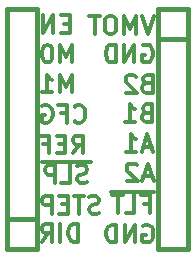
<source format=gbr>
G04 #@! TF.FileFunction,Legend,Bot*
%FSLAX46Y46*%
G04 Gerber Fmt 4.6, Leading zero omitted, Abs format (unit mm)*
G04 Created by KiCad (PCBNEW 4.0.0-rc1-stable) date czw, 22 paź 2015, 22:39:46*
%MOMM*%
G01*
G04 APERTURE LIST*
%ADD10C,0.100000*%
%ADD11C,0.300000*%
%ADD12C,0.381000*%
G04 APERTURE END LIST*
D10*
D11*
X131254285Y-72518571D02*
X131254285Y-71018571D01*
X130754285Y-72090000D01*
X130254285Y-71018571D01*
X130254285Y-72518571D01*
X129254285Y-71018571D02*
X129111428Y-71018571D01*
X128968571Y-71090000D01*
X128897142Y-71161429D01*
X128825713Y-71304286D01*
X128754285Y-71590000D01*
X128754285Y-71947143D01*
X128825713Y-72232857D01*
X128897142Y-72375714D01*
X128968571Y-72447143D01*
X129111428Y-72518571D01*
X129254285Y-72518571D01*
X129397142Y-72447143D01*
X129468571Y-72375714D01*
X129539999Y-72232857D01*
X129611428Y-71947143D01*
X129611428Y-71590000D01*
X129539999Y-71304286D01*
X129468571Y-71161429D01*
X129397142Y-71090000D01*
X129254285Y-71018571D01*
X131224285Y-75048571D02*
X131224285Y-73548571D01*
X130724285Y-74620000D01*
X130224285Y-73548571D01*
X130224285Y-75048571D01*
X128724285Y-75048571D02*
X129581428Y-75048571D01*
X129152856Y-75048571D02*
X129152856Y-73548571D01*
X129295713Y-73762857D01*
X129438571Y-73905714D01*
X129581428Y-73977143D01*
X131478571Y-77475714D02*
X131550000Y-77547143D01*
X131764286Y-77618571D01*
X131907143Y-77618571D01*
X132121428Y-77547143D01*
X132264286Y-77404286D01*
X132335714Y-77261429D01*
X132407143Y-76975714D01*
X132407143Y-76761429D01*
X132335714Y-76475714D01*
X132264286Y-76332857D01*
X132121428Y-76190000D01*
X131907143Y-76118571D01*
X131764286Y-76118571D01*
X131550000Y-76190000D01*
X131478571Y-76261429D01*
X130335714Y-76832857D02*
X130835714Y-76832857D01*
X130835714Y-77618571D02*
X130835714Y-76118571D01*
X130121428Y-76118571D01*
X128764286Y-76190000D02*
X128907143Y-76118571D01*
X129121429Y-76118571D01*
X129335714Y-76190000D01*
X129478572Y-76332857D01*
X129550000Y-76475714D01*
X129621429Y-76761429D01*
X129621429Y-76975714D01*
X129550000Y-77261429D01*
X129478572Y-77404286D01*
X129335714Y-77547143D01*
X129121429Y-77618571D01*
X128978572Y-77618571D01*
X128764286Y-77547143D01*
X128692857Y-77475714D01*
X128692857Y-76975714D01*
X128978572Y-76975714D01*
X131337142Y-80208571D02*
X131837142Y-79494286D01*
X132194285Y-80208571D02*
X132194285Y-78708571D01*
X131622857Y-78708571D01*
X131479999Y-78780000D01*
X131408571Y-78851429D01*
X131337142Y-78994286D01*
X131337142Y-79208571D01*
X131408571Y-79351429D01*
X131479999Y-79422857D01*
X131622857Y-79494286D01*
X132194285Y-79494286D01*
X130694285Y-79422857D02*
X130194285Y-79422857D01*
X129979999Y-80208571D02*
X130694285Y-80208571D01*
X130694285Y-78708571D01*
X129979999Y-78708571D01*
X128837142Y-79422857D02*
X129337142Y-79422857D01*
X129337142Y-80208571D02*
X129337142Y-78708571D01*
X128622856Y-78708571D01*
X132555714Y-82647143D02*
X132341428Y-82718571D01*
X131984285Y-82718571D01*
X131841428Y-82647143D01*
X131769999Y-82575714D01*
X131698571Y-82432857D01*
X131698571Y-82290000D01*
X131769999Y-82147143D01*
X131841428Y-82075714D01*
X131984285Y-82004286D01*
X132269999Y-81932857D01*
X132412857Y-81861429D01*
X132484285Y-81790000D01*
X132555714Y-81647143D01*
X132555714Y-81504286D01*
X132484285Y-81361429D01*
X132412857Y-81290000D01*
X132269999Y-81218571D01*
X131912857Y-81218571D01*
X131698571Y-81290000D01*
X130341428Y-82718571D02*
X131055714Y-82718571D01*
X131055714Y-81218571D01*
X129841428Y-82718571D02*
X129841428Y-81218571D01*
X129270000Y-81218571D01*
X129127142Y-81290000D01*
X129055714Y-81361429D01*
X128984285Y-81504286D01*
X128984285Y-81718571D01*
X129055714Y-81861429D01*
X129127142Y-81932857D01*
X129270000Y-82004286D01*
X129841428Y-82004286D01*
X132841428Y-80960000D02*
X128698571Y-80960000D01*
X133558571Y-85247143D02*
X133344285Y-85318571D01*
X132987142Y-85318571D01*
X132844285Y-85247143D01*
X132772856Y-85175714D01*
X132701428Y-85032857D01*
X132701428Y-84890000D01*
X132772856Y-84747143D01*
X132844285Y-84675714D01*
X132987142Y-84604286D01*
X133272856Y-84532857D01*
X133415714Y-84461429D01*
X133487142Y-84390000D01*
X133558571Y-84247143D01*
X133558571Y-84104286D01*
X133487142Y-83961429D01*
X133415714Y-83890000D01*
X133272856Y-83818571D01*
X132915714Y-83818571D01*
X132701428Y-83890000D01*
X132272857Y-83818571D02*
X131415714Y-83818571D01*
X131844285Y-85318571D02*
X131844285Y-83818571D01*
X130915714Y-84532857D02*
X130415714Y-84532857D01*
X130201428Y-85318571D02*
X130915714Y-85318571D01*
X130915714Y-83818571D01*
X130201428Y-83818571D01*
X129558571Y-85318571D02*
X129558571Y-83818571D01*
X128987143Y-83818571D01*
X128844285Y-83890000D01*
X128772857Y-83961429D01*
X128701428Y-84104286D01*
X128701428Y-84318571D01*
X128772857Y-84461429D01*
X128844285Y-84532857D01*
X128987143Y-84604286D01*
X129558571Y-84604286D01*
X131780000Y-87688571D02*
X131780000Y-86188571D01*
X131422857Y-86188571D01*
X131208572Y-86260000D01*
X131065714Y-86402857D01*
X130994286Y-86545714D01*
X130922857Y-86831429D01*
X130922857Y-87045714D01*
X130994286Y-87331429D01*
X131065714Y-87474286D01*
X131208572Y-87617143D01*
X131422857Y-87688571D01*
X131780000Y-87688571D01*
X130280000Y-87688571D02*
X130280000Y-86188571D01*
X128708571Y-87688571D02*
X129208571Y-86974286D01*
X129565714Y-87688571D02*
X129565714Y-86188571D01*
X128994286Y-86188571D01*
X128851428Y-86260000D01*
X128780000Y-86331429D01*
X128708571Y-86474286D01*
X128708571Y-86688571D01*
X128780000Y-86831429D01*
X128851428Y-86902857D01*
X128994286Y-86974286D01*
X129565714Y-86974286D01*
X137302857Y-86330000D02*
X137445714Y-86258571D01*
X137660000Y-86258571D01*
X137874285Y-86330000D01*
X138017143Y-86472857D01*
X138088571Y-86615714D01*
X138160000Y-86901429D01*
X138160000Y-87115714D01*
X138088571Y-87401429D01*
X138017143Y-87544286D01*
X137874285Y-87687143D01*
X137660000Y-87758571D01*
X137517143Y-87758571D01*
X137302857Y-87687143D01*
X137231428Y-87615714D01*
X137231428Y-87115714D01*
X137517143Y-87115714D01*
X136588571Y-87758571D02*
X136588571Y-86258571D01*
X135731428Y-87758571D01*
X135731428Y-86258571D01*
X135017142Y-87758571D02*
X135017142Y-86258571D01*
X134659999Y-86258571D01*
X134445714Y-86330000D01*
X134302856Y-86472857D01*
X134231428Y-86615714D01*
X134159999Y-86901429D01*
X134159999Y-87115714D01*
X134231428Y-87401429D01*
X134302856Y-87544286D01*
X134445714Y-87687143D01*
X134659999Y-87758571D01*
X135017142Y-87758571D01*
X137334285Y-84482857D02*
X137834285Y-84482857D01*
X137834285Y-85268571D02*
X137834285Y-83768571D01*
X137119999Y-83768571D01*
X135834285Y-85268571D02*
X136548571Y-85268571D01*
X136548571Y-83768571D01*
X135548571Y-83768571D02*
X134691428Y-83768571D01*
X135119999Y-85268571D02*
X135119999Y-83768571D01*
X138191428Y-83510000D02*
X134548571Y-83510000D01*
X138031428Y-82150000D02*
X137317142Y-82150000D01*
X138174285Y-82578571D02*
X137674285Y-81078571D01*
X137174285Y-82578571D01*
X136745714Y-81221429D02*
X136674285Y-81150000D01*
X136531428Y-81078571D01*
X136174285Y-81078571D01*
X136031428Y-81150000D01*
X135959999Y-81221429D01*
X135888571Y-81364286D01*
X135888571Y-81507143D01*
X135959999Y-81721429D01*
X136817142Y-82578571D01*
X135888571Y-82578571D01*
X138011428Y-79680000D02*
X137297142Y-79680000D01*
X138154285Y-80108571D02*
X137654285Y-78608571D01*
X137154285Y-80108571D01*
X135868571Y-80108571D02*
X136725714Y-80108571D01*
X136297142Y-80108571D02*
X136297142Y-78608571D01*
X136439999Y-78822857D01*
X136582857Y-78965714D01*
X136725714Y-79037143D01*
X137567142Y-76772857D02*
X137352856Y-76844286D01*
X137281428Y-76915714D01*
X137209999Y-77058571D01*
X137209999Y-77272857D01*
X137281428Y-77415714D01*
X137352856Y-77487143D01*
X137495714Y-77558571D01*
X138067142Y-77558571D01*
X138067142Y-76058571D01*
X137567142Y-76058571D01*
X137424285Y-76130000D01*
X137352856Y-76201429D01*
X137281428Y-76344286D01*
X137281428Y-76487143D01*
X137352856Y-76630000D01*
X137424285Y-76701429D01*
X137567142Y-76772857D01*
X138067142Y-76772857D01*
X135781428Y-77558571D02*
X136638571Y-77558571D01*
X136209999Y-77558571D02*
X136209999Y-76058571D01*
X136352856Y-76272857D01*
X136495714Y-76415714D01*
X136638571Y-76487143D01*
X137587142Y-74282857D02*
X137372856Y-74354286D01*
X137301428Y-74425714D01*
X137229999Y-74568571D01*
X137229999Y-74782857D01*
X137301428Y-74925714D01*
X137372856Y-74997143D01*
X137515714Y-75068571D01*
X138087142Y-75068571D01*
X138087142Y-73568571D01*
X137587142Y-73568571D01*
X137444285Y-73640000D01*
X137372856Y-73711429D01*
X137301428Y-73854286D01*
X137301428Y-73997143D01*
X137372856Y-74140000D01*
X137444285Y-74211429D01*
X137587142Y-74282857D01*
X138087142Y-74282857D01*
X136658571Y-73711429D02*
X136587142Y-73640000D01*
X136444285Y-73568571D01*
X136087142Y-73568571D01*
X135944285Y-73640000D01*
X135872856Y-73711429D01*
X135801428Y-73854286D01*
X135801428Y-73997143D01*
X135872856Y-74211429D01*
X136729999Y-75068571D01*
X135801428Y-75068571D01*
X137262857Y-71080000D02*
X137405714Y-71008571D01*
X137620000Y-71008571D01*
X137834285Y-71080000D01*
X137977143Y-71222857D01*
X138048571Y-71365714D01*
X138120000Y-71651429D01*
X138120000Y-71865714D01*
X138048571Y-72151429D01*
X137977143Y-72294286D01*
X137834285Y-72437143D01*
X137620000Y-72508571D01*
X137477143Y-72508571D01*
X137262857Y-72437143D01*
X137191428Y-72365714D01*
X137191428Y-71865714D01*
X137477143Y-71865714D01*
X136548571Y-72508571D02*
X136548571Y-71008571D01*
X135691428Y-72508571D01*
X135691428Y-71008571D01*
X134977142Y-72508571D02*
X134977142Y-71008571D01*
X134619999Y-71008571D01*
X134405714Y-71080000D01*
X134262856Y-71222857D01*
X134191428Y-71365714D01*
X134119999Y-71651429D01*
X134119999Y-71865714D01*
X134191428Y-72151429D01*
X134262856Y-72294286D01*
X134405714Y-72437143D01*
X134619999Y-72508571D01*
X134977142Y-72508571D01*
X131057143Y-69222857D02*
X130557143Y-69222857D01*
X130342857Y-70008571D02*
X131057143Y-70008571D01*
X131057143Y-68508571D01*
X130342857Y-68508571D01*
X129700000Y-70008571D02*
X129700000Y-68508571D01*
X128842857Y-70008571D01*
X128842857Y-68508571D01*
X138174286Y-68608571D02*
X137674286Y-70108571D01*
X137174286Y-68608571D01*
X136674286Y-70108571D02*
X136674286Y-68608571D01*
X136174286Y-69680000D01*
X135674286Y-68608571D01*
X135674286Y-70108571D01*
X134674286Y-68608571D02*
X134388572Y-68608571D01*
X134245714Y-68680000D01*
X134102857Y-68822857D01*
X134031429Y-69108571D01*
X134031429Y-69608571D01*
X134102857Y-69894286D01*
X134245714Y-70037143D01*
X134388572Y-70108571D01*
X134674286Y-70108571D01*
X134817143Y-70037143D01*
X134960000Y-69894286D01*
X135031429Y-69608571D01*
X135031429Y-69108571D01*
X134960000Y-68822857D01*
X134817143Y-68680000D01*
X134674286Y-68608571D01*
X133602857Y-68608571D02*
X132745714Y-68608571D01*
X133174285Y-70108571D02*
X133174285Y-68608571D01*
D12*
X141100000Y-88280000D02*
X138560000Y-88280000D01*
X141100000Y-67960000D02*
X141100000Y-88280000D01*
X138560000Y-67960000D02*
X141100000Y-67960000D01*
X138560000Y-88280000D02*
X138560000Y-67960000D01*
X138605000Y-70495000D02*
X141105000Y-70495000D01*
X125760000Y-67960000D02*
X128300000Y-67960000D01*
X125760000Y-88280000D02*
X125760000Y-67960000D01*
X128300000Y-88280000D02*
X125760000Y-88280000D01*
X128300000Y-67960000D02*
X128300000Y-88280000D01*
X128255000Y-85745000D02*
X125755000Y-85745000D01*
M02*

</source>
